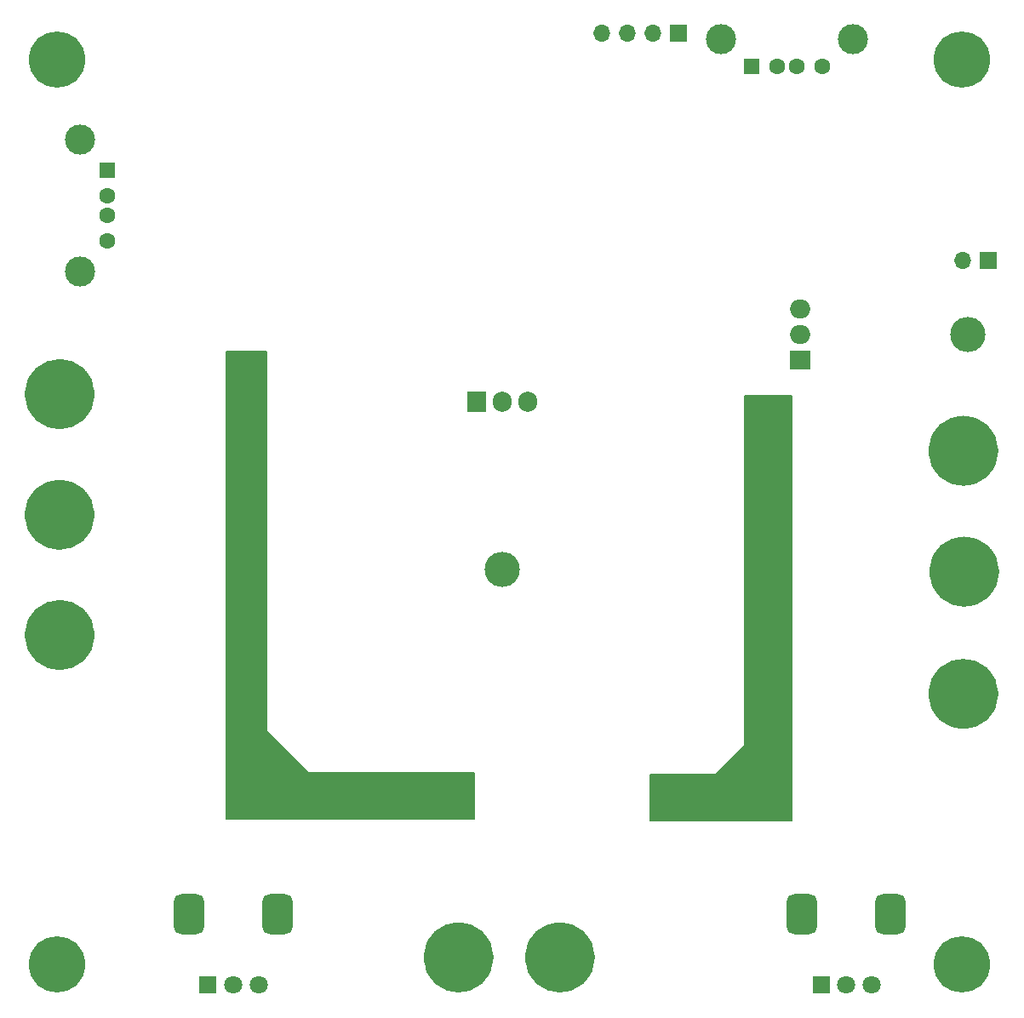
<source format=gbr>
%TF.GenerationSoftware,KiCad,Pcbnew,8.0.1*%
%TF.CreationDate,2024-05-15T20:02:36+03:00*%
%TF.ProjectId,ESP32_dual_ESC,45535033-325f-4647-9561-6c5f4553432e,rev?*%
%TF.SameCoordinates,Original*%
%TF.FileFunction,Soldermask,Bot*%
%TF.FilePolarity,Negative*%
%FSLAX46Y46*%
G04 Gerber Fmt 4.6, Leading zero omitted, Abs format (unit mm)*
G04 Created by KiCad (PCBNEW 8.0.1) date 2024-05-15 20:02:36*
%MOMM*%
%LPD*%
G01*
G04 APERTURE LIST*
G04 Aperture macros list*
%AMRoundRect*
0 Rectangle with rounded corners*
0 $1 Rounding radius*
0 $2 $3 $4 $5 $6 $7 $8 $9 X,Y pos of 4 corners*
0 Add a 4 corners polygon primitive as box body*
4,1,4,$2,$3,$4,$5,$6,$7,$8,$9,$2,$3,0*
0 Add four circle primitives for the rounded corners*
1,1,$1+$1,$2,$3*
1,1,$1+$1,$4,$5*
1,1,$1+$1,$6,$7*
1,1,$1+$1,$8,$9*
0 Add four rect primitives between the rounded corners*
20,1,$1+$1,$2,$3,$4,$5,0*
20,1,$1+$1,$4,$5,$6,$7,0*
20,1,$1+$1,$6,$7,$8,$9,0*
20,1,$1+$1,$8,$9,$2,$3,0*%
G04 Aperture macros list end*
%ADD10C,0.150000*%
%ADD11C,3.500500*%
%ADD12C,2.900000*%
%ADD13C,5.000000*%
%ADD14C,3.600000*%
%ADD15C,5.600000*%
%ADD16R,1.700000X1.700000*%
%ADD17O,1.700000X1.700000*%
%ADD18R,1.800000X1.800000*%
%ADD19C,1.800000*%
%ADD20RoundRect,0.750000X0.750000X-1.250000X0.750000X1.250000X-0.750000X1.250000X-0.750000X-1.250000X0*%
%ADD21R,1.500000X1.600000*%
%ADD22C,1.600000*%
%ADD23C,3.000000*%
%ADD24O,3.500000X3.500000*%
%ADD25R,2.000000X1.905000*%
%ADD26O,2.000000X1.905000*%
%ADD27R,1.905000X2.000000*%
%ADD28O,1.905000X2.000000*%
%ADD29R,1.600000X1.500000*%
G04 APERTURE END LIST*
D10*
X123865500Y-123408900D02*
X123865500Y-126608900D01*
X120375500Y-126608900D01*
X120200500Y-126433900D01*
X123545500Y-123088900D01*
X123865500Y-123408900D01*
G36*
X123865500Y-123408900D02*
G01*
X123865500Y-126608900D01*
X120375500Y-126608900D01*
X120200500Y-126433900D01*
X123545500Y-123088900D01*
X123865500Y-123408900D01*
G37*
D11*
X106740250Y-144280000D02*
G75*
G02*
X103239750Y-144280000I-1750250J0D01*
G01*
X103239750Y-144280000D02*
G75*
G02*
X106740250Y-144280000I1750250J0D01*
G01*
X56978871Y-100255000D02*
G75*
G02*
X53478371Y-100255000I-1750250J0D01*
G01*
X53478371Y-100255000D02*
G75*
G02*
X56978871Y-100255000I1750250J0D01*
G01*
D10*
X113979800Y-126070600D02*
X128082400Y-126070600D01*
X128082400Y-130670600D01*
X113979800Y-130670600D01*
X113979800Y-126070600D01*
G36*
X113979800Y-126070600D02*
G01*
X128082400Y-126070600D01*
X128082400Y-130670600D01*
X113979800Y-130670600D01*
X113979800Y-126070600D01*
G37*
D11*
X146959450Y-105911000D02*
G75*
G02*
X143458950Y-105911000I-1750250J0D01*
G01*
X143458950Y-105911000D02*
G75*
G02*
X146959450Y-105911000I1750250J0D01*
G01*
D10*
X123406000Y-88419519D02*
X128076640Y-88419519D01*
X128076640Y-130427481D01*
X123406000Y-130427481D01*
X123406000Y-88419519D01*
G36*
X123406000Y-88419519D02*
G01*
X128076640Y-88419519D01*
X128076640Y-130427481D01*
X123406000Y-130427481D01*
X123406000Y-88419519D01*
G37*
X71810600Y-84040000D02*
X75837839Y-84040000D01*
X75837839Y-130324561D01*
X71810600Y-130324561D01*
X71810600Y-84040000D01*
G36*
X71810600Y-84040000D02*
G01*
X75837839Y-84040000D01*
X75837839Y-130324561D01*
X71810600Y-130324561D01*
X71810600Y-84040000D01*
G37*
D11*
X146873250Y-93891400D02*
G75*
G02*
X143372750Y-93891400I-1750250J0D01*
G01*
X143372750Y-93891400D02*
G75*
G02*
X146873250Y-93891400I1750250J0D01*
G01*
X146873250Y-118072200D02*
G75*
G02*
X143372750Y-118072200I-1750250J0D01*
G01*
X143372750Y-118072200D02*
G75*
G02*
X146873250Y-118072200I1750250J0D01*
G01*
X56988871Y-112215000D02*
G75*
G02*
X53488371Y-112215000I-1750250J0D01*
G01*
X53488371Y-112215000D02*
G75*
G02*
X56988871Y-112215000I1750250J0D01*
G01*
D10*
X71810600Y-125910000D02*
X96420000Y-125910000D01*
X96420000Y-130510000D01*
X71810600Y-130510000D01*
X71810600Y-125910000D01*
G36*
X71810600Y-125910000D02*
G01*
X96420000Y-125910000D01*
X96420000Y-130510000D01*
X71810600Y-130510000D01*
X71810600Y-125910000D01*
G37*
D11*
X96660250Y-144280000D02*
G75*
G02*
X93159750Y-144280000I-1750250J0D01*
G01*
X93159750Y-144280000D02*
G75*
G02*
X96660250Y-144280000I1750250J0D01*
G01*
X56988871Y-88255000D02*
G75*
G02*
X53488371Y-88255000I-1750250J0D01*
G01*
X53488371Y-88255000D02*
G75*
G02*
X56988871Y-88255000I1750250J0D01*
G01*
D10*
X79967200Y-125951700D02*
X79877200Y-126041700D01*
X75877200Y-126041700D01*
X75857200Y-126021700D01*
X75857200Y-121841700D01*
X79967200Y-125951700D01*
G36*
X79967200Y-125951700D02*
G01*
X79877200Y-126041700D01*
X75877200Y-126041700D01*
X75857200Y-126021700D01*
X75857200Y-121841700D01*
X79967200Y-125951700D01*
G37*
D12*
%TO.C,J9*%
X145100400Y-117934800D03*
D13*
X145100400Y-117934800D03*
%TD*%
D12*
%TO.C,J7*%
X145100400Y-93804800D03*
D13*
X145100400Y-93804800D03*
%TD*%
D14*
%TO.C,H3*%
X145000000Y-145000000D03*
D15*
X145000000Y-145000000D03*
%TD*%
D16*
%TO.C,J4*%
X147635600Y-74997200D03*
D17*
X145095600Y-74997200D03*
%TD*%
D18*
%TO.C,RV2*%
X131000000Y-147000000D03*
D19*
X133500000Y-147000000D03*
X136000000Y-147000000D03*
D20*
X129100000Y-140000000D03*
X137900000Y-140000000D03*
%TD*%
D14*
%TO.C,H2*%
X145000000Y-55000000D03*
D15*
X145000000Y-55000000D03*
%TD*%
D21*
%TO.C,J5*%
X60000000Y-66000000D03*
D22*
X60000000Y-68500000D03*
X60000000Y-70500000D03*
X60000000Y-73000000D03*
D23*
X57290000Y-62930000D03*
X57290000Y-76070000D03*
%TD*%
D18*
%TO.C,RV1*%
X70000000Y-147000000D03*
D19*
X72500000Y-147000000D03*
X75000000Y-147000000D03*
D20*
X68100000Y-140000000D03*
X76900000Y-140000000D03*
%TD*%
D16*
%TO.C,J10*%
X116802000Y-52337000D03*
D17*
X114262000Y-52337000D03*
X111722000Y-52337000D03*
X109182000Y-52337000D03*
%TD*%
D14*
%TO.C,H1*%
X55000000Y-55000000D03*
D15*
X55000000Y-55000000D03*
%TD*%
D12*
%TO.C,J1*%
X55258621Y-112205000D03*
D13*
X55258621Y-112205000D03*
%TD*%
D12*
%TO.C,J8*%
X145100400Y-105819000D03*
D13*
X145100400Y-105819000D03*
%TD*%
D12*
%TO.C,J2*%
X55258621Y-100205000D03*
D13*
X55258621Y-100205000D03*
%TD*%
D14*
%TO.C,H4*%
X55000000Y-145000000D03*
D15*
X55000000Y-145000000D03*
%TD*%
D12*
%TO.C,J15*%
X104960000Y-144360000D03*
D13*
X104960000Y-144360000D03*
%TD*%
D12*
%TO.C,J3*%
X55258621Y-88205000D03*
D13*
X55258621Y-88205000D03*
%TD*%
D12*
%TO.C,J14*%
X94960000Y-144360000D03*
D13*
X94960000Y-144360000D03*
%TD*%
D24*
%TO.C,U20*%
X145568000Y-82334400D03*
D25*
X128908000Y-84874400D03*
D26*
X128908000Y-82334400D03*
X128908000Y-79794400D03*
%TD*%
D24*
%TO.C,U8*%
X99250600Y-105690200D03*
D27*
X96710600Y-89030200D03*
D28*
X99250600Y-89030200D03*
X101790600Y-89030200D03*
%TD*%
D29*
%TO.C,J6*%
X124062200Y-55689800D03*
D22*
X126562200Y-55689800D03*
X128562200Y-55689800D03*
X131062200Y-55689800D03*
D23*
X120992200Y-52979800D03*
X134132200Y-52979800D03*
%TD*%
M02*

</source>
